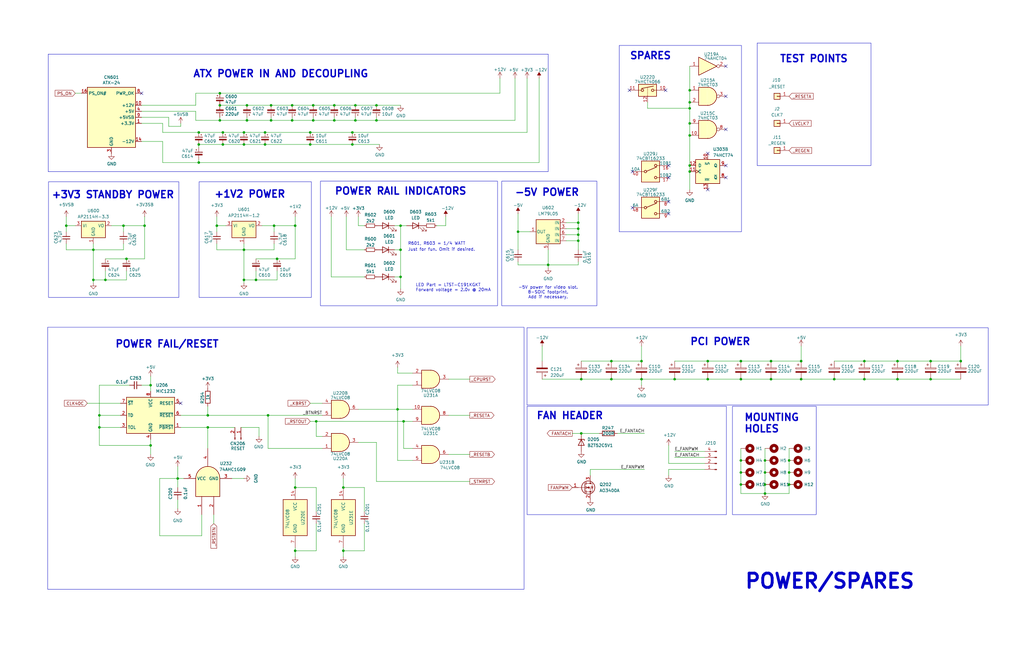
<source format=kicad_sch>
(kicad_sch (version 20231120) (generator "eeschema") (generator_version "8.0")
  (paper "B")
  (title_block (title "AMIGA PCI") (date "2025-03-31") (rev "5.1"))
  (junction (at 290.83 38.1))
  (junction (at 149.86 50.8))
  (junction (at 290.83 57.15))
  (junction (at 243.84 101.6))
  (junction (at 243.84 96.52))
  (junction (at 290.83 69.85))
  (junction (at 322.58 208.28))
  (junction (at 87.63 180.34))
  (junction (at 270.51 152.4))
  (junction (at 102.87 55.88))
  (junction (at 170.18 177.8))
  (junction (at 298.45 152.4))
  (junction (at 44.45 118.11))
  (junction (at 167.64 172.72))
  (junction (at 298.45 160.02))
  (junction (at 104.14 50.8))
  (junction (at 41.91 175.26))
  (junction (at 41.91 180.34))
  (junction (at 63.5 187.96))
  (junction (at 87.63 175.26))
  (junction (at 130.81 60.96))
  (junction (at 102.87 105.41))
  (junction (at 257.81 160.02))
  (junction (at 39.37 105.41))
  (junction (at 92.71 50.8))
  (junction (at 102.87 60.96))
  (junction (at 312.42 194.31))
  (junction (at 290.83 52.07))
  (junction (at 270.51 160.02))
  (junction (at 245.11 182.88))
  (junction (at 168.91 95.25))
  (junction (at 104.14 44.45))
  (junction (at 114.3 50.8))
  (junction (at 123.19 44.45))
  (junction (at 392.43 152.4))
  (junction (at 290.83 43.18))
  (junction (at 132.08 44.45))
  (junction (at 332.74 199.39))
  (junction (at 124.46 95.25))
  (junction (at 168.91 105.41))
  (junction (at 312.42 160.02))
  (junction (at 149.86 44.45))
  (junction (at 39.37 118.11))
  (junction (at 114.3 44.45))
  (junction (at 243.84 99.06))
  (junction (at 322.58 204.47))
  (junction (at 92.71 39.37))
  (junction (at 218.44 97.79))
  (junction (at 312.42 152.4))
  (junction (at 168.91 116.84))
  (junction (at 158.75 44.45))
  (junction (at 148.59 60.96))
  (junction (at 116.84 109.22))
  (junction (at 124.46 205.74))
  (junction (at 148.59 55.88))
  (junction (at 113.03 175.26))
  (junction (at 364.49 152.4))
  (junction (at 133.35 177.8))
  (junction (at 351.79 160.02))
  (junction (at 332.74 194.31))
  (junction (at 63.5 162.56))
  (junction (at 132.08 50.8))
  (junction (at 325.12 152.4))
  (junction (at 53.34 109.22))
  (junction (at 93.98 60.96))
  (junction (at 93.98 55.88))
  (junction (at 290.83 72.39))
  (junction (at 140.97 50.8))
  (junction (at 83.82 68.58))
  (junction (at 378.46 160.02))
  (junction (at 91.44 95.25))
  (junction (at 140.97 44.45))
  (junction (at 102.87 118.11))
  (junction (at 144.78 205.74))
  (junction (at 115.57 95.25))
  (junction (at 92.71 44.45))
  (junction (at 83.82 60.96))
  (junction (at 378.46 152.4))
  (junction (at 83.82 55.88))
  (junction (at 144.78 232.41))
  (junction (at 245.11 160.02))
  (junction (at 111.76 60.96))
  (junction (at 290.83 45.72))
  (junction (at 27.94 95.25))
  (junction (at 52.07 95.25))
  (junction (at 332.74 204.47))
  (junction (at 111.76 55.88))
  (junction (at 130.81 55.88))
  (junction (at 337.82 160.02))
  (junction (at 337.82 152.4))
  (junction (at 158.75 50.8))
  (junction (at 124.46 232.41))
  (junction (at 312.42 199.39))
  (junction (at 312.42 204.47))
  (junction (at 405.13 152.4))
  (junction (at 60.96 95.25))
  (junction (at 322.58 194.31))
  (junction (at 284.48 160.02))
  (junction (at 364.49 160.02))
  (junction (at 74.93 201.93))
  (junction (at 231.14 111.76))
  (junction (at 325.12 160.02))
  (junction (at 392.43 160.02))
  (junction (at 107.95 118.11))
  (junction (at 243.84 93.98))
  (junction (at 257.81 152.4))
  (junction (at 123.19 50.8))
  (junction (at 322.58 199.39))
  (no_connect (at 280.67 38.1))
  (no_connect (at 306.07 54.61))
  (no_connect (at 281.94 90.17))
  (no_connect (at 298.45 64.77))
  (no_connect (at 266.7 87.63))
  (no_connect (at 306.07 40.64))
  (no_connect (at 76.2 170.18))
  (no_connect (at 281.94 85.09))
  (no_connect (at 298.45 80.01))
  (no_connect (at 266.7 72.39))
  (no_connect (at 306.07 69.85))
  (no_connect (at 306.07 74.93))
  (no_connect (at 281.94 74.93))
  (no_connect (at 281.94 69.85))
  (no_connect (at 59.69 39.37))
  (no_connect (at 306.07 27.94))
  (no_connect (at 265.43 38.1))
  (wire (pts (xy 104.14 50.8) (xy 114.3 50.8)))
  (wire (pts (xy 102.87 118.11) (xy 107.95 118.11)))
  (wire (pts (xy 281.94 200.66) (xy 281.94 198.12)))
  (wire (pts (xy 167.64 172.72) (xy 167.64 194.31)))
  (wire (pts (xy 27.94 102.87) (xy 27.94 105.41)))
  (wire (pts (xy 63.5 158.75) (xy 63.5 162.56)))
  (wire (pts (xy 74.93 201.93) (xy 77.47 201.93)))
  (wire (pts (xy 115.57 105.41) (xy 102.87 105.41)))
  (wire (pts (xy 284.48 193.04) (xy 297.18 193.04)))
  (wire (pts (xy 144.78 234.95) (xy 144.78 232.41)))
  (wire (pts (xy 140.97 44.45) (xy 149.86 44.45)))
  (wire (pts (xy 312.42 160.02) (xy 298.45 160.02)))
  (wire (pts (xy 284.48 190.5) (xy 297.18 190.5)))
  (wire (pts (xy 325.12 160.02) (xy 312.42 160.02)))
  (wire (pts (xy 116.84 109.22) (xy 124.46 109.22)))
  (wire (pts (xy 123.19 50.8) (xy 132.08 50.8)))
  (wire (pts (xy 151.13 91.44) (xy 151.13 95.25)))
  (wire (pts (xy 210.82 39.37) (xy 210.82 33.02)))
  (polyline (pts (xy 20.32 72.39) (xy 231.14 72.39)))
  (wire (pts (xy 351.79 152.4) (xy 364.49 152.4)))
  (wire (pts (xy 102.87 102.87) (xy 102.87 105.41)))
  (wire (pts (xy 168.91 116.84) (xy 168.91 121.92)))
  (wire (pts (xy 132.08 49.53) (xy 132.08 50.8)))
  (wire (pts (xy 92.71 44.45) (xy 104.14 44.45)))
  (wire (pts (xy 68.58 55.88) (xy 83.82 55.88)))
  (wire (pts (xy 133.35 205.74) (xy 133.35 215.9)))
  (wire (pts (xy 102.87 55.88) (xy 111.76 55.88)))
  (wire (pts (xy 273.05 45.72) (xy 290.83 45.72)))
  (wire (pts (xy 115.57 97.79) (xy 115.57 95.25)))
  (wire (pts (xy 83.82 68.58) (xy 68.58 68.58)))
  (wire (pts (xy 148.59 60.96) (xy 160.02 60.96)))
  (wire (pts (xy 337.82 146.05) (xy 337.82 152.4)))
  (wire (pts (xy 63.5 187.96) (xy 63.5 191.77)))
  (wire (pts (xy 135.89 184.15) (xy 133.35 184.15)))
  (wire (pts (xy 59.69 46.99) (xy 82.55 46.99)))
  (wire (pts (xy 270.51 160.02) (xy 270.51 162.56)))
  (wire (pts (xy 290.83 27.94) (xy 290.83 38.1)))
  (wire (pts (xy 153.67 205.74) (xy 153.67 215.9)))
  (wire (pts (xy 124.46 95.25) (xy 115.57 95.25)))
  (wire (pts (xy 312.42 194.31) (xy 312.42 189.23)))
  (wire (pts (xy 312.42 152.4) (xy 325.12 152.4)))
  (wire (pts (xy 124.46 201.93) (xy 124.46 205.74)))
  (wire (pts (xy 158.75 44.45) (xy 168.91 44.45)))
  (wire (pts (xy 170.18 189.23) (xy 170.18 177.8)))
  (wire (pts (xy 82.55 44.45) (xy 82.55 39.37)))
  (wire (pts (xy 53.34 109.22) (xy 60.96 109.22)))
  (wire (pts (xy 39.37 105.41) (xy 39.37 118.11)))
  (wire (pts (xy 153.67 105.41) (xy 146.05 105.41)))
  (wire (pts (xy 124.46 205.74) (xy 133.35 205.74)))
  (wire (pts (xy 158.75 203.2) (xy 158.75 186.69)))
  (wire (pts (xy 151.13 172.72) (xy 167.64 172.72)))
  (wire (pts (xy 76.2 175.26) (xy 87.63 175.26)))
  (wire (pts (xy 101.6 180.34) (xy 109.22 180.34)))
  (wire (pts (xy 148.59 55.88) (xy 222.25 55.88)))
  (wire (pts (xy 91.44 91.44) (xy 91.44 95.25)))
  (wire (pts (xy 27.94 105.41) (xy 39.37 105.41)))
  (wire (pts (xy 123.19 44.45) (xy 132.08 44.45)))
  (wire (pts (xy 290.83 45.72) (xy 290.83 52.07)))
  (wire (pts (xy 392.43 160.02) (xy 405.13 160.02)))
  (wire (pts (xy 187.96 91.44) (xy 187.96 95.25)))
  (wire (pts (xy 238.76 96.52) (xy 243.84 96.52)))
  (wire (pts (xy 332.74 204.47) (xy 332.74 208.28)))
  (wire (pts (xy 60.96 95.25) (xy 52.07 95.25)))
  (wire (pts (xy 113.03 189.23) (xy 113.03 175.26)))
  (wire (pts (xy 231.14 111.76) (xy 243.84 111.76)))
  (wire (pts (xy 248.92 200.66) (xy 248.92 198.12)))
  (wire (pts (xy 50.8 175.26) (xy 41.91 175.26)))
  (wire (pts (xy 312.42 199.39) (xy 312.42 194.31)))
  (wire (pts (xy 41.91 175.26) (xy 41.91 180.34)))
  (wire (pts (xy 140.97 49.53) (xy 140.97 50.8)))
  (wire (pts (xy 114.3 50.8) (xy 123.19 50.8)))
  (wire (pts (xy 87.63 171.45) (xy 87.63 175.26)))
  (wire (pts (xy 53.34 114.3) (xy 53.34 118.11)))
  (wire (pts (xy 27.94 97.79) (xy 27.94 95.25)))
  (wire (pts (xy 76.2 53.34) (xy 76.2 52.07)))
  (wire (pts (xy 322.58 194.31) (xy 322.58 199.39)))
  (wire (pts (xy 27.94 91.44) (xy 27.94 95.25)))
  (wire (pts (xy 74.93 196.85) (xy 74.93 201.93)))
  (wire (pts (xy 107.95 109.22) (xy 116.84 109.22)))
  (wire (pts (xy 270.51 146.05) (xy 270.51 152.4)))
  (wire (pts (xy 74.93 205.74) (xy 74.93 201.93)))
  (polyline (pts (xy 20.32 22.86) (xy 20.32 72.39)))
  (wire (pts (xy 133.35 184.15) (xy 133.35 177.8)))
  (wire (pts (xy 167.64 162.56) (xy 173.99 162.56)))
  (wire (pts (xy 227.33 33.02) (xy 227.33 68.58)))
  (wire (pts (xy 74.93 214.63) (xy 74.93 210.82)))
  (wire (pts (xy 59.69 49.53) (xy 71.12 49.53)))
  (wire (pts (xy 238.76 93.98) (xy 243.84 93.98)))
  (wire (pts (xy 130.81 170.18) (xy 135.89 170.18)))
  (wire (pts (xy 123.19 49.53) (xy 123.19 50.8)))
  (wire (pts (xy 63.5 187.96) (xy 63.5 185.42)))
  (wire (pts (xy 83.82 60.96) (xy 93.98 60.96)))
  (wire (pts (xy 173.99 157.48) (xy 167.64 157.48)))
  (wire (pts (xy 107.95 114.3) (xy 107.95 118.11)))
  (wire (pts (xy 130.81 177.8) (xy 133.35 177.8)))
  (wire (pts (xy 41.91 162.56) (xy 41.91 175.26)))
  (wire (pts (xy 166.37 105.41) (xy 168.91 105.41)))
  (wire (pts (xy 364.49 160.02) (xy 378.46 160.02)))
  (wire (pts (xy 67.31 201.93) (xy 74.93 201.93)))
  (wire (pts (xy 149.86 50.8) (xy 158.75 50.8)))
  (wire (pts (xy 149.86 49.53) (xy 149.86 50.8)))
  (wire (pts (xy 257.81 152.4) (xy 270.51 152.4)))
  (wire (pts (xy 63.5 165.1) (xy 63.5 162.56)))
  (wire (pts (xy 158.75 186.69) (xy 151.13 186.69)))
  (wire (pts (xy 378.46 160.02) (xy 392.43 160.02)))
  (wire (pts (xy 109.22 180.34) (xy 109.22 184.15)))
  (wire (pts (xy 284.48 152.4) (xy 298.45 152.4)))
  (wire (pts (xy 166.37 95.25) (xy 168.91 95.25)))
  (wire (pts (xy 243.84 111.76) (xy 243.84 110.49)))
  (wire (pts (xy 92.71 49.53) (xy 92.71 50.8)))
  (wire (pts (xy 114.3 44.45) (xy 123.19 44.45)))
  (wire (pts (xy 378.46 152.4) (xy 392.43 152.4)))
  (polyline (pts (xy 20.32 22.86) (xy 231.14 22.86)))
  (wire (pts (xy 144.78 201.93) (xy 144.78 205.74)))
  (wire (pts (xy 167.64 154.94) (xy 167.64 157.48)))
  (wire (pts (xy 111.76 55.88) (xy 130.81 55.88)))
  (wire (pts (xy 102.87 105.41) (xy 102.87 118.11)))
  (wire (pts (xy 107.95 118.11) (xy 116.84 118.11)))
  (wire (pts (xy 173.99 189.23) (xy 170.18 189.23)))
  (wire (pts (xy 284.48 160.02) (xy 270.51 160.02)))
  (wire (pts (xy 231.14 113.03) (xy 231.14 111.76)))
  (wire (pts (xy 281.94 198.12) (xy 297.18 198.12)))
  (wire (pts (xy 114.3 49.53) (xy 114.3 50.8)))
  (wire (pts (xy 97.79 201.93) (xy 102.87 201.93)))
  (wire (pts (xy 68.58 59.69) (xy 68.58 68.58)))
  (wire (pts (xy 238.76 101.6) (xy 243.84 101.6)))
  (wire (pts (xy 312.42 204.47) (xy 312.42 208.28)))
  (wire (pts (xy 218.44 111.76) (xy 231.14 111.76)))
  (wire (pts (xy 92.71 50.8) (xy 104.14 50.8)))
  (wire (pts (xy 133.35 220.98) (xy 133.35 232.41)))
  (wire (pts (xy 92.71 39.37) (xy 210.82 39.37)))
  (wire (pts (xy 290.83 57.15) (xy 290.83 69.85)))
  (wire (pts (xy 332.74 194.31) (xy 332.74 199.39)))
  (wire (pts (xy 63.5 162.56) (xy 59.69 162.56)))
  (wire (pts (xy 153.67 116.84) (xy 139.7 116.84)))
  (wire (pts (xy 93.98 60.96) (xy 102.87 60.96)))
  (wire (pts (xy 102.87 60.96) (xy 111.76 60.96)))
  (wire (pts (xy 59.69 59.69) (xy 68.58 59.69)))
  (wire (pts (xy 392.43 152.4) (xy 405.13 152.4)))
  (wire (pts (xy 243.84 93.98) (xy 243.84 96.52)))
  (wire (pts (xy 36.83 170.18) (xy 50.8 170.18)))
  (wire (pts (xy 189.23 160.02) (xy 198.12 160.02)))
  (wire (pts (xy 218.44 105.41) (xy 218.44 97.79)))
  (wire (pts (xy 44.45 114.3) (xy 44.45 118.11)))
  (wire (pts (xy 52.07 95.25) (xy 46.99 95.25)))
  (wire (pts (xy 217.17 33.02) (xy 217.17 50.8)))
  (wire (pts (xy 41.91 180.34) (xy 41.91 187.96)))
  (wire (pts (xy 39.37 118.11) (xy 44.45 118.11)))
  (wire (pts (xy 85.09 217.17) (xy 85.09 226.06)))
  (wire (pts (xy 248.92 198.12) (xy 271.78 198.12)))
  (wire (pts (xy 91.44 97.79) (xy 91.44 95.25)))
  (wire (pts (xy 218.44 97.79) (xy 223.52 97.79)))
  (wire (pts (xy 222.25 33.02) (xy 222.25 55.88)))
  (wire (pts (xy 76.2 180.34) (xy 87.63 180.34)))
  (wire (pts (xy 184.15 95.25) (xy 187.96 95.25)))
  (wire (pts (xy 149.86 44.45) (xy 158.75 44.45)))
  (wire (pts (xy 132.08 50.8) (xy 140.97 50.8)))
  (wire (pts (xy 158.75 49.53) (xy 158.75 50.8)))
  (wire (pts (xy 281.94 195.58) (xy 297.18 195.58)))
  (wire (pts (xy 85.09 226.06) (xy 67.31 226.06)))
  (wire (pts (xy 135.89 189.23) (xy 113.03 189.23)))
  (wire (pts (xy 144.78 232.41) (xy 153.67 232.41)))
  (wire (pts (xy 130.81 60.96) (xy 148.59 60.96)))
  (polyline (pts (xy 231.14 72.39) (xy 231.14 22.86)))
  (wire (pts (xy 59.69 52.07) (xy 68.58 52.07)))
  (wire (pts (xy 116.84 114.3) (xy 116.84 118.11)))
  (wire (pts (xy 298.45 160.02) (xy 284.48 160.02)))
  (wire (pts (xy 245.11 160.02) (xy 257.81 160.02)))
  (wire (pts (xy 41.91 180.34) (xy 50.8 180.34)))
  (wire (pts (xy 91.44 102.87) (xy 91.44 105.41)))
  (wire (pts (xy 139.7 91.44) (xy 139.7 116.84)))
  (wire (pts (xy 124.46 234.95) (xy 124.46 232.41)))
  (wire (pts (xy 111.76 60.96) (xy 130.81 60.96)))
  (wire (pts (xy 312.42 208.28) (xy 322.58 208.28)))
  (wire (pts (xy 52.07 105.41) (xy 39.37 105.41)))
  (wire (pts (xy 130.81 55.88) (xy 148.59 55.88)))
  (wire (pts (xy 337.82 160.02) (xy 351.79 160.02)))
  (wire (pts (xy 170.18 177.8) (xy 173.99 177.8)))
  (wire (pts (xy 82.55 46.99) (xy 82.55 50.8)))
  (wire (pts (xy 260.35 182.88) (xy 271.78 182.88)))
  (wire (pts (xy 228.6 160.02) (xy 245.11 160.02)))
  (wire (pts (xy 168.91 95.25) (xy 168.91 105.41)))
  (wire (pts (xy 39.37 102.87) (xy 39.37 105.41)))
  (wire (pts (xy 102.87 119.38) (xy 102.87 118.11)))
  (wire (pts (xy 290.83 43.18) (xy 290.83 45.72)))
  (wire (pts (xy 113.03 175.26) (xy 135.89 175.26)))
  (wire (pts (xy 168.91 95.25) (xy 171.45 95.25)))
  (wire (pts (xy 243.84 90.17) (xy 243.84 93.98)))
  (wire (pts (xy 231.14 105.41) (xy 231.14 111.76)))
  (wire (pts (xy 405.13 146.05) (xy 405.13 152.4)))
  (wire (pts (xy 82.55 50.8) (xy 92.71 50.8)))
  (wire (pts (xy 91.44 105.41) (xy 102.87 105.41)))
  (wire (pts (xy 243.84 101.6) (xy 243.84 105.41)))
  (wire (pts (xy 238.76 99.06) (xy 243.84 99.06)))
  (wire (pts (xy 245.11 182.88) (xy 252.73 182.88)))
  (wire (pts (xy 67.31 226.06) (xy 67.31 201.93)))
  (wire (pts (xy 153.67 220.98) (xy 153.67 232.41)))
  (wire (pts (xy 93.98 55.88) (xy 102.87 55.88)))
  (wire (pts (xy 41.91 187.96) (xy 63.5 187.96)))
  (wire (pts (xy 325.12 160.02) (xy 337.82 160.02)))
  (wire (pts (xy 76.2 53.34) (xy 71.12 53.34)))
  (wire (pts (xy 198.12 203.2) (xy 158.75 203.2)))
  (wire (pts (xy 167.64 194.31) (xy 173.99 194.31)))
  (wire (pts (xy 322.58 204.47) (xy 322.58 208.28)))
  (wire (pts (xy 52.07 102.87) (xy 52.07 105.41)))
  (wire (pts (xy 83.82 62.23) (xy 83.82 60.96)))
  (wire (pts (xy 243.84 99.06) (xy 243.84 101.6)))
  (wire (pts (xy 132.08 44.45) (xy 140.97 44.45)))
  (wire (pts (xy 290.83 69.85) (xy 290.83 72.39)))
  (wire (pts (xy 87.63 175.26) (xy 113.03 175.26)))
  (wire (pts (xy 332.74 189.23) (xy 332.74 194.31)))
  (wire (pts (xy 115.57 95.25) (xy 110.49 95.25)))
  (wire (pts (xy 83.82 68.58) (xy 83.82 67.31)))
  (wire (pts (xy 325.12 152.4) (xy 337.82 152.4)))
  (wire (pts (xy 124.46 91.44) (xy 124.46 95.25)))
  (wire (pts (xy 83.82 55.88) (xy 93.98 55.88)))
  (wire (pts (xy 298.45 152.4) (xy 312.42 152.4)))
  (wire (pts (xy 245.11 152.4) (xy 257.81 152.4)))
  (wire (pts (xy 243.84 96.52) (xy 243.84 99.06)))
  (wire (pts (xy 312.42 199.39) (xy 312.42 204.47)))
  (wire (pts (xy 228.6 146.05) (xy 228.6 152.4)))
  (wire (pts (xy 168.91 105.41) (xy 168.91 116.84)))
  (wire (pts (xy 218.44 110.49) (xy 218.44 111.76)))
  (wire (pts (xy 140.97 50.8) (xy 149.86 50.8)))
  (wire (pts (xy 91.44 95.25) (xy 95.25 95.25)))
  (wire (pts (xy 322.58 199.39) (xy 322.58 204.47)))
  (wire (pts (xy 241.3 182.88) (xy 245.11 182.88)))
  (wire (pts (xy 31.75 39.37) (xy 34.29 39.37)))
  (wire (pts (xy 189.23 175.26) (xy 198.12 175.26)))
  (wire (pts (xy 146.05 91.44) (xy 146.05 105.41)))
  (wire (pts (xy 54.61 162.56) (xy 41.91 162.56)))
  (wire (pts (xy 44.45 109.22) (xy 53.34 109.22)))
  (wire (pts (xy 290.83 72.39) (xy 290.83 80.01)))
  (wire (pts (xy 332.74 199.39) (xy 332.74 204.47)))
  (wire (pts (xy 87.63 189.23) (xy 87.63 180.34)))
  (wire (pts (xy 68.58 52.07) (xy 68.58 55.88)))
  (wire (pts (xy 166.37 116.84) (xy 168.91 116.84)))
  (wire (pts (xy 144.78 231.14) (xy 144.78 232.41)))
  (wire (pts (xy 44.45 118.11) (xy 53.34 118.11)))
  (wire (pts (xy 124.46 109.22) (xy 124.46 95.25)))
  (wire (pts (xy 167.64 162.56) (xy 167.64 172.72)))
  (wire (pts (xy 82.55 39.37) (xy 92.71 39.37)))
  (wire (pts (xy 83.82 68.58) (xy 227.33 68.58)))
  (wire (pts (xy 290.83 38.1) (xy 290.83 43.18)))
  (wire (pts (xy 59.69 44.45) (xy 82.55 44.45)))
  (wire (pts (xy 60.96 91.44) (xy 60.96 95.25)))
  (wire (pts (xy 322.58 189.23) (xy 322.58 194.31)))
  (wire (pts (xy 39.37 119.38) (xy 39.37 118.11)))
  (wire (pts (xy 87.63 180.34) (xy 99.06 180.34)))
  (wire (pts (xy 144.78 205.74) (xy 153.67 205.74)))
  (wire (pts (xy 281.94 187.96) (xy 281.94 195.58)))
  (wire (pts (xy 90.17 220.98) (xy 90.17 217.17)))
  (wire (pts (xy 60.96 109.22) (xy 60.96 95.25)))
  (wire (pts (xy 104.14 44.45) (xy 114.3 44.45)))
  (wire (pts (xy 273.05 43.18) (xy 273.05 45.72)))
  (wire (pts (xy 290.83 52.07) (xy 290.83 57.15)))
  (wire (pts (xy 257.81 160.02) (xy 270.51 160.02)))
  (wire (pts (xy 364.49 160.02) (xy 351.79 160.02)))
  (wire (pts (xy 167.64 172.72) (xy 173.99 172.72)))
  (wire (pts (xy 153.67 95.25) (xy 151.13 95.25)))
  (wire (pts (xy 189.23 191.77) (xy 198.12 191.77)))
  (wire (pts (xy 158.75 50.8) (xy 217.17 50.8)))
  (wire (pts (xy 71.12 53.34) (xy 71.12 49.53)))
  (wire (pts (xy 364.49 152.4) (xy 378.46 152.4)))
  (wire (pts (xy 115.57 102.87) (xy 115.57 105.41)))
  (wire (pts (xy 27.94 95.25) (xy 31.75 95.25)))
  (wire (pts (xy 218.44 90.17) (xy 218.44 97.79)))
  (wire (pts (xy 104.14 49.53) (xy 104.14 50.8)))
  (wire (pts (xy 52.07 97.79) (xy 52.07 95.25)))
  (wire (pts (xy 124.46 232.41) (xy 133.35 232.41)))
  (wire (pts (xy 124.46 231.14) (xy 124.46 232.41)))
  (wire (pts (xy 322.58 208.28) (xy 332.74 208.28)))
  (wire (pts (xy 133.35 177.8) (xy 170.18 177.8)))
  (rectangle (start 211.582 76.454) (end 251.714 129.032))
  (rectangle (start 319.278 18.161) (end 367.284 69.85))
  (rectangle (start 261.112 19.177) (end 312.674 97.79))
  (rectangle (start 222.23 138.303) (end 416.687 170.942))
  (rectangle (start 20.447 76.708) (end 75.438 125.5))
  (rectangle (start 83.947 76.708) (end 131.318 125.5))
  (rectangle (start 135.128 76.454) (end 209.804 129.032))
  (rectangle (start 20.084 138.1) (end 220.98 248.666))
  (rectangle (start 308.864 171.45) (end 344.17 217.17))
  (rectangle (start 222.25 171.45) (end 306.324 217.17))
  (text "-5V POWER" (at 216.916 83.058 0) (effects (font (size 3 3) (thickness 0.6) (bold yes)) (justify left bottom)))
  (text "FAN HEADER" (at 226.06 177.292 0) (effects (font (size 2.9972 2.9972) (thickness 0.5994) (bold yes)) (justify left bottom)))
  (text "MOUNTING\nHOLES" (at 313.69 182.88 0) (effects (font (size 2.9972 2.9972) (thickness 0.5994) (bold yes)) (justify left bottom)))
  (text "TEST POINTS" (at 328.676 26.67 0) (effects (font (size 2.9972 2.9972) (thickness 0.5994) (bold yes)) (justify left bottom)))
  (text "PCI POWER" (at 290.83 146.05 0) (effects (font (size 3 3) (thickness 0.6) (bold yes)) (justify left bottom)))
  (text "LED Part = LTST-C191KGKT\nForward voltage = 2.0v @ 20mA" (at 175.26 123.19 0) (effects (font (size 1.27 1.27)) (justify left bottom)))
  (text "SPARES" (at 265.43 25.4 0) (effects (font (size 2.9972 2.9972) (thickness 0.5994) (bold yes)) (justify left bottom)))
  (text "+3V3 STANDBY POWER" (at 21.59 84.074 0) (effects (font (size 3 3) (thickness 0.6) (bold yes)) (justify left bottom)))
  (text "ATX POWER IN AND DECOUPLING" (at 81.28 33.02 0) (effects (font (size 3 3) (thickness 0.6) (bold yes)) (justify left bottom)))
  (text "R601, R603 = 1/4 WATT" (at 184.15 102.87 0) (effects (font (size 1.27 1.27))))
  (text "POWER RAIL INDICATORS" (at 140.97 82.55 0) (effects (font (size 3 3) (thickness 0.6) (bold yes)) (justify left bottom)))
  (text "-5V power for video slot.\n8-SOIC footprint.\nAdd if necessary." (at 231.14 123.444 0) (effects (font (size 1.27 1.27))))
  (text "+1V2 POWER" (at 90.17 83.82 0) (effects (font (size 3 3) (thickness 0.6) (bold yes)) (justify left bottom)))
  (text "POWER/SPARES" (at 313.69 248.92 0) (effects (font (size 6 6) (thickness 1.2) (bold yes)) (justify left bottom)))
  (text "POWER FAIL/RESET" (at 92.456 147.066 0) (effects (font (size 2.9972 2.9972) (thickness 0.5994) (bold yes)) (justify right bottom)))
  (text "Just for fun. Omit if desired." (at 186.182 105.41 0) (effects (font (size 1.27 1.27))))
  (label "_BTNRST" (at 135.89 175.26 180))
  (label "E_FANPWM" (at 284.48 190.5 0))
  (label "E_FANPWM" (at 271.78 198.12 180))
  (label "E_FANTACH" (at 271.78 182.88 180))
  (label "E_FANTACH" (at 284.48 193.04 0))
  (global_label "FANPWM" (shape input) (at 241.3 205.74 180) (property "Intersheetrefs" "${INTERSHEET_REFS}" (at 230.6343 205.74 0) (effects (justify right))))
  (global_label "_STMRST" (shape output) (at 198.12 203.2 0) (property "Intersheetrefs" "${INTERSHEET_REFS}" (at 209.804 203.2 0) (effects (justify left))))
  (global_label "_KBRST" (shape input) (at 130.81 170.18 180) (property "Intersheetrefs" "${INTERSHEET_REFS}" (at 120.8701 170.18 0) (effects (justify right))))
  (global_label "_RSTOUT" (shape input) (at 130.81 177.8 180) (property "Intersheetrefs" "${INTERSHEET_REFS}" (at 119.7815 177.8 0) (effects (justify right))))
  (global_label "_RESETB" (shape output) (at 198.12 191.77 0) (property "Intersheetrefs" "${INTERSHEET_REFS}" (at 209.0879 191.77 0) (effects (justify left))))
  (global_label "_RSTBTN" (shape input) (at 90.17 220.98 270) (property "Intersheetrefs" "${INTERSHEET_REFS}" (at 90.17 231.948 90) (effects (justify right))))
  (global_label "_REGEN" (shape input) (at 332.74 63.5 0) (property "Intersheetrefs" "${INTERSHEET_REFS}" (at 342.8613 63.5 0) (effects (justify left))))
  (global_label "PS_ON" (shape input) (at 31.75 39.37 180) (property "Intersheetrefs" "${INTERSHEET_REFS}" (at 26.67 36.576 0) (effects (justify right))))
  (global_label "_CPURST" (shape output) (at 198.12 160.02 0) (property "Intersheetrefs" "${INTERSHEET_REFS}" (at 209.3904 160.02 0) (effects (justify left))))
  (global_label "CLK40C" (shape input) (at 36.83 170.18 180) (property "Intersheetrefs" "${INTERSHEET_REFS}" (at 26.5877 170.18 0) (effects (justify right))))
  (global_label "FANTACH" (shape output) (at 241.3 182.88 180) (property "Intersheetrefs" "${INTERSHEET_REFS}" (at 230.1504 182.88 0) (effects (justify right))))
  (global_label "LVCLK7" (shape input) (at 332.74 52.07 0) (property "Intersheetrefs" "${INTERSHEET_REFS}" (at 342.6195 52.07 0) (effects (justify left))))
  (global_label "_RESETA" (shape input) (at 332.74 40.64 0) (property "Intersheetrefs" "${INTERSHEET_REFS}" (at 343.5265 40.64 0) (effects (justify left))))
  (global_label "_RESETA" (shape output) (at 198.12 175.26 0) (property "Intersheetrefs" "${INTERSHEET_REFS}" (at 208.9065 175.26 0) (effects (justify left))))
  (symbol (lib_id "power:-5V") (at 218.44 90.17 0) (unit 1)
    (property "Reference" "#PWR0305" (effects (hide yes)))
    (property "Value" "-5V" (at 218.44 86.614 0))
    (property "Description" "Power symbol creates a global label with name \"-5V\"" (effects (hide yes)))
  )
  (symbol (lib_id "Mechanical:MountingHole_Pad") (at 335.28 189.23 270) (unit 1) (in_bom no)
    (property "Reference" "H3" (at 339.09 189.23 90) (effects (justify left)))
    (property "Value" "MountingHole_Pad" (effects (hide yes)))
    (property "Footprint" "MountingHole:MountingHole_4mm_Pad" (effects (hide yes)))
  )
  (symbol (lib_id "AmigaPCI-Symbols:CP_Small-Device") (at 148.59 58.42 0) (mirror y) (unit 1)
    (property "Reference" "C613" (at 150.8252 59.5884 0) (effects (justify right)))
    (property "Value" "10uF" (at 150.8252 57.277 0) (effects (justify right)))
    (property "Footprint" "Capacitor_THT:CP_Radial_D5.0mm_P2.00mm" (effects (hide yes)))
  )
  (symbol (lib_id "power:-12V") (at 243.84 90.17 0) (unit 1)
    (property "Reference" "#PWR0339" (effects (hide yes)))
    (property "Value" "-12V" (at 244.602 86.614 0))
  )
  (symbol (lib_name "+5V_1") (lib_id "power:+5V") (at 74.93 196.85 0) (unit 1)
    (property "Reference" "#PWR0235" (effects (hide yes)))
    (property "Value" "+5V" (at 74.93 193.04 0))
    (property "Description" "Power symbol creates a global label with name \"+5V\"" (effects (hide yes)))
  )
  (symbol (lib_id "power:-12V") (at 228.6 146.05 0) (unit 1)
    (property "Reference" "#PWR0101" (effects (hide yes)))
    (property "Value" "-12V" (at 228.6 142.4742 0))
  )
  (symbol (lib_id "power:+3V3") (at 144.78 201.93 0) (unit 1)
    (property "Reference" "#PWR0206" (effects (hide yes)))
    (property "Value" "+3V3" (at 144.78 197.104 0))
  )
  (symbol (lib_id "Analog_Switch:CD4066BE") (at 273.05 38.1 0) (unit 4)
    (property "Reference" "U222" (at 273.05 32.5501 0))
    (property "Value" "74HCT4066" (at 273.05 34.4711 0))
    (property "Footprint" "Package_SO:TSSOP-14_4.4x5mm_P0.65mm" (effects (hide yes)))
    (property "Datasheet" "https://www.ti.com/lit/ds/symlink/cd4066b.pdf" (effects (hide yes)))
  )
  (symbol (lib_id "power:+5V") (at 217.17 33.02 0) (unit 1)
    (property "Reference" "#PWR0172" (effects (hide yes)))
    (property "Value" "+5V" (at 216.535 29.464 0))
  )
  (symbol (lib_id "74xx:74HC74") (at 298.45 72.39 0) (unit 2)
    (property "Reference" "U303" (at 300.6441 62.992 0) (effects (justify left)))
    (property "Value" "74HCT74" (at 300.6441 65.532 0) (effects (justify left)))
    (property "Footprint" "Package_SO:TSSOP-14_4.4x5mm_P0.65mm" (effects (hide yes)))
  )
  (symbol (lib_id "power:GND") (at 46.99 64.77 0) (unit 1)
    (property "Reference" "#PWR0166" (effects (hide yes)))
    (property "Value" "GND" (at 47.117 69.1642 0))
  )
  (symbol (lib_id "Device:LED") (at 162.56 95.25 0) (mirror y) (unit 1)
    (property "Reference" "D600" (at 164.1475 89.408 0))
    (property "Value" "LED" (at 164.1475 91.948 0))
    (property "Footprint" "LED_SMD:LED_0603_1608Metric" (effects (hide yes)))
  )
  (symbol (lib_id "Device:C_Polarized") (at 325.12 156.21 0) (unit 1)
    (property "Reference" "C114" (at 328.041 154.6773 0) (effects (justify left)))
    (property "Value" "220uF" (at 328.041 156.5983 0) (effects (justify left)))
    (property "Footprint" "Capacitor_THT:CP_Radial_D6.3mm_P2.50mm" (effects (hide yes)))
  )
  (symbol (lib_id "AmigaPCI-Symbols:CP_Small-Device") (at 123.19 46.99 180) (unit 1)
    (property "Reference" "C604" (at 125.4252 45.8216 0) (effects (justify right)))
    (property "Value" "47uF" (at 125.4252 48.133 0) (effects (justify right)))
    (property "Footprint" "Capacitor_THT:CP_Radial_D5.0mm_P2.00mm" (effects (hide yes)))
  )
  (symbol (lib_id "power:GND") (at 102.87 119.38 0) (unit 1)
    (property "Reference" "#PWR0248" (effects (hide yes)))
    (property "Value" "GND" (at 102.87 123.952 0))
  )
  (symbol (lib_id "Transistor_FET:AO3400A") (at 246.38 205.74 0) (unit 1)
    (property "Reference" "Q202" (at 252.73 204.4699 0) (effects (justify left)))
    (property "Value" "AO3400A" (at 252.73 207.0099 0) (effects (justify left)))
    (property "Footprint" "Package_TO_SOT_SMD:SOT-23" (effects (hide yes)))
    (property "Datasheet" "http://www.aosmd.com/pdfs/datasheet/AO3400A.pdf" (effects (hide yes)))
    (property "Description" "30V Vds, 5.7A Id, N-Channel MOSFET, SOT-23" (effects (hide yes)))
  )
  (symbol (lib_id "74xx:74LS08") (at 144.78 218.44 0) (unit 5)
    (property "Reference" "U231" (at 148.082 221.615 90) (effects (justify left)))
    (property "Value" "74LVC08" (at 141.605 223.266 90) (effects (justify left)))
    (property "Footprint" "Package_SO:TSSOP-14_4.4x5mm_P0.65mm" (effects (hide yes)))
    (property "Datasheet" "http://www.ti.com/lit/gpn/sn74LS08" (effects (hide yes)))
  )
  (symbol (lib_id "Mechanical:MountingHole_Pad") (at 325.12 194.31 270) (unit 1) (in_bom no)
    (property "Reference" "H5" (at 328.93 194.31 90) (effects (justify left)))
    (property "Value" "MountingHole_Pad" (effects (hide yes)))
    (property "Footprint" "MountingHole:MountingHole_4mm_Pad" (effects (hide yes)))
  )
  (symbol (lib_id "power:GND") (at 168.91 44.45 0) (unit 1)
    (property "Reference" "#PWR0170" (effects (hide yes)))
    (property "Value" "GND" (at 169.037 48.8442 0))
  )
  (symbol (lib_id "AmigaPCI-Symbols:ATX-24-Amiga") (at 46.99 49.53 0) (unit 1)
    (property "Reference" "CN601" (at 46.99 32.5882 0))
    (property "Value" "ATX-24" (at 46.99 34.8996 0))
    (property "Footprint" "Connector_Molex:Molex_Mini-Fit_Jr_5566-24A_2x12_P4.20mm_Vertical" (effects (hide yes)))
    (property "Datasheet" "https://www.intel.com/content/dam/www/public/us/en/documents/guides/power-supply-design-guide-june.pdf#page=33" (effects (hide yes)))
    (property "Part" "39281243" (effects (hide yes)))
  )
  (symbol (lib_id "power:-12V") (at 227.33 33.02 0) (unit 1)
    (property "Reference" "#PWR0167" (effects (hide yes)))
    (property "Value" "-12V" (at 228.092 29.464 0))
  )
  (symbol (lib_id "Connector_Generic:Conn_01x01") (at 327.66 63.5 180) (unit 1)
    (property "Reference" "J11" (at 327.66 57.912 0))
    (property "Value" "_REGEN" (at 327.66 60.452 0))
    (property "Footprint" "Connector_PinHeader_2.54mm:PinHeader_1x01_P2.54mm_Vertical" (effects (hide yes)))
  )
  (symbol (lib_id "Device:C_Small") (at 133.35 218.44 0) (unit 1)
    (property "Reference" "C251" (at 134.62 217.424 90) (effects (justify left)))
    (property "Value" "0.1uF" (at 134.62 224.663 90) (effects (justify left)))
    (property "Footprint" "Capacitor_SMD:C_0603_1608Metric" (effects (hide yes)))
  )
  (symbol (lib_id "AmigaPCI-Symbols:74CBT16233") (at 274.32 87.63 0) (unit 6)
    (property "Reference" "U229" (at 274.32 80.1751 0))
    (property "Value" "74CBT16233" (at 274.32 82.0961 0))
    (property "Footprint" "Package_SO:SSOP-56_7.5x18.5mm_P0.635mm" (effects (hide yes)))
    (property "Datasheet" "https://www.ti.com/lit/ds/symlink/sn74cbt16233.pdf?HQS=dis-dk-null-digikeymode-dsf-pf-null-wwe&ts=1686702107606&ref_url=https%253A%252F%252Fwww.ti.com%252Fgeneral%252Fdocs%252Fsuppproductinfo.tsp%253FdistId%253D10%2526gotoUrl%253Dhttps%253A%252F%252Fwww.ti.com%252Flit%252Fgpn%252Fsn74cbt16233" (effects (hide yes)))
    (property "Part Number" "SN74CBT16233DL" (effects (hide yes)))
  )
  (symbol (lib_id "74xGxx:74AHC1G08") (at 87.63 201.93 90) (unit 1)
    (property "Reference" "U232" (at 95.25 195.58 90))
    (property "Value" "74AHC1G09" (at 98.044 198.12 90))
    (property "Footprint" "Package_TO_SOT_SMD:SOT-23-5" (effects (hide yes)))
    (property "Datasheet" "https://assets.nexperia.com/documents/data-sheet/74AHC1G09.pdf" (effects (hide yes)))
    (property "Description" "Single AND Gate, Open Drain, Low-Voltage CMOS" (effects (hide yes)))
  )
  (symbol (lib_id "Mechanical:MountingHole_Pad") (at 335.28 204.47 270) (unit 1) (in_bom no)
    (property "Reference" "H12" (at 339.09 204.47 90) (effects (justify left)))
    (property "Value" "MountingHole_Pad" (effects (hide yes)))
    (property "Footprint" "MountingHole:MountingHole_3.5mm_Pad" (effects (hide yes)))
  )
  (symbol (lib_id "74xx:74LS08") (at 181.61 175.26 0) (mirror x) (unit 3)
    (property "Reference" "U231" (at 181.61 182.88 0))
    (property "Value" "74LVC08" (at 181.61 180.959 0))
    (property "Footprint" "Package_SO:TSSOP-14_4.4x5mm_P0.65mm" (effects (hide yes)))
    (property "Datasheet" "http://www.ti.com/lit/gpn/sn74LS08" (effects (hide yes)))
  )
  (symbol (lib_id "Device:R_Small") (at 156.21 105.41 90) (unit 1)
    (property "Reference" "R600" (at 156.21 100.838 90))
    (property "Value" "2k2" (at 156.21 103.378 90))
    (property "Footprint" "Resistor_SMD:R_0603_1608Metric" (effects (hide yes)))
  )
  (symbol (lib_id "Connector:Conn_01x04_Pin") (at 302.26 195.58 180) (unit 1)
    (property "Reference" "J210" (at 297.18 186.944 0) (effects (justify right)))
    (property "Value" "Case Fan" (effects (hide yes)))
    (property "Footprint" "Connector:FanPinHeader_1x04_P2.54mm_Vertical" (effects (hide yes)))
    (property "Description" "Generic connector, single row, 01x04, script generated" (effects (hide yes)))
    (property "PartNumber" "Molex 0470531000 or 0470533000" (effects (hide yes)))
  )
  (symbol (lib_id "Mechanical:MountingHole_Pad") (at 335.28 194.31 270) (unit 1) (in_bom no)
    (property "Reference" "H6" (at 339.09 194.31 90) (effects (justify left)))
    (property "Value" "MountingHole_Pad" (effects (hide yes)))
    (property "Footprint" "MountingHole:MountingHole_4mm_Pad" (effects (hide yes)))
  )
  (symbol (lib_id "AmigaPCI-Symbols:CP_Small-Device") (at 140.97 46.99 180) (unit 1)
    (property "Reference" "C606" (at 143.2052 45.8216 0) (effects (justify right)))
    (property "Value" "47uF" (at 143.2052 48.133 0) (effects (justify right)))
    (property "Footprint" "Capacitor_THT:CP_Radial_D5.0mm_P2.00mm" (effects (hide yes)))
  )
  (symbol (lib_id "AmigaPCI-Symbols:CP_Small-Device") (at 114.3 46.99 180) (unit 1)
    (property "Reference" "C603" (at 116.5352 45.8216 0) (effects (justify right)))
    (property "Value" "47uF" (at 116.5352 48.133 0) (effects (justify right)))
    (property "Footprint" "Capacitor_THT:CP_Radial_D5.0mm_P2.00mm" (effects (hide yes)))
  )
  (symbol (lib_id "Device:C_Polarized") (at 405.13 156.21 0) (unit 1)
    (property "Reference" "C120" (at 408.051 154.6773 0) (effects (justify left)))
    (property "Value" "220uF" (at 408.051 156.5983 0) (effects (justify left)))
    (property "Footprint" "Capacitor_THT:CP_Radial_D6.3mm_P2.50mm" (effects (hide yes)))
  )
  (symbol (lib_id "Device:C_Polarized") (at 351.79 156.21 0) (unit 1)
    (property "Reference" "C116" (at 354.711 154.6773 0) (effects (justify left)))
    (property "Value" "220uF" (at 354.711 156.5983 0) (effects (justify left)))
    (property "Footprint" "Capacitor_THT:CP_Radial_D6.3mm_P2.50mm" (effects (hide yes)))
  )
  (symbol (lib_id "AmigaPCI-Symbols:+5VSB") (at 27.94 91.44 0) (unit 1)
    (property "Reference" "#PWR0344" (effects (hide yes)))
    (property "Value" "+5VSB" (at 27.94 86.36 0))
    (property "Description" "Power symbol creates a global label with name \"+3V3\"" (effects (hide yes)))
  )
  (symbol (lib_id "Device:C_Polarized") (at 378.46 156.21 0) (unit 1)
    (property "Reference" "C118" (at 381.381 154.6773 0) (effects (justify left)))
    (property "Value" "220uF" (at 381.381 156.5983 0) (effects (justify left)))
    (property "Footprint" "Capacitor_THT:CP_Radial_D6.3mm_P2.50mm" (effects (hide yes)))
  )
  (symbol (lib_id "power:GND") (at 124.46 234.95 0) (unit 1)
    (property "Reference" "#PWR0140" (effects (hide yes)))
    (property "Value" "GND" (at 124.46 239.0855 0))
  )
  (symbol (lib_id "AmigaPCI-Symbols:CP_Small-Device") (at 130.81 58.42 0) (mirror y) (unit 1)
    (property "Reference" "C611" (at 133.0452 59.5884 0) (effects (justify right)))
    (property "Value" "10uF" (at 133.0452 57.277 0) (effects (justify right)))
    (property "Footprint" "Capacitor_THT:CP_Radial_D5.0mm_P2.00mm" (effects (hide yes)))
  )
  (symbol (lib_id "Device:C_Small") (at 243.84 107.95 0) (mirror x) (unit 1)
    (property "Reference" "C616" (at 248.412 106.299 90) (effects (justify left)))
    (property "Value" "0.1uF" (at 246.634 105.537 90) (effects (justify left)))
    (property "Footprint" "Capacitor_SMD:C_0603_1608Metric" (effects (hide yes)))
  )
  (symbol (lib_id "Device:C_Polarized") (at 284.48 156.21 0) (unit 1)
    (property "Reference" "C111" (at 287.401 154.6773 0) (effects (justify left)))
    (property "Value" "220uF" (at 287.401 156.5983 0) (effects (justify left)))
    (property "Footprint" "Capacitor_THT:CP_Radial_D6.3mm_P2.50mm" (effects (hide yes)))
  )
  (symbol (lib_id "Device:C_Polarized") (at 245.11 156.21 0) (unit 1)
    (property "Reference" "C133" (at 248.031 154.6773 0) (effects (justify left)))
    (property "Value" "220uF" (at 248.031 156.5983 0) (effects (justify left)))
    (property "Footprint" "Capacitor_THT:CP_Radial_D6.3mm_P2.50mm" (effects (hide yes)))
  )
  (symbol (lib_id "AmigaPCI-Symbols:CP_Small-Device") (at 111.76 58.42 0) (mirror y) (unit 1)
    (property "Reference" "C622" (at 113.9952 59.5884 0) (effects (justify right)))
    (property "Value" "47uF" (at 113.9952 57.277 0) (effects (justify right)))
    (property "Footprint" "Capacitor_THT:CP_Radial_D5.0mm_P2.00mm" (effects (hide yes)))
  )
  (symbol (lib_id "power:GND") (at 63.5 191.77 0) (mirror y) (unit 1)
    (property "Reference" "#PWR0152" (effects (hide yes)))
    (property "Value" "GND" (at 63.373 196.1642 0))
  )
  (symbol (lib_id "AmigaPCI-Symbols:+5VSB") (at 76.2 52.07 0) (unit 1)
    (property "Reference" "#PWR0343" (effects (hide yes)))
    (property "Value" "+5VSB" (at 76.2 48.26 0))
    (property "Description" "Power symbol creates a global label with name \"+3V3\"" (effects (hide yes)))
  )
  (symbol (lib_id "Device:R_Small") (at 156.21 116.84 90) (unit 1)
    (property "Reference" "R601" (at 156.21 112.014 90))
    (property "Value" "5k1" (at 156.21 114.554 90))
    (property "Footprint" "Resistor_SMD:R_0805_2012Metric" (effects (hide yes)))
  )
  (symbol (lib_id "Device:C_Small") (at 218.44 107.95 180) (unit 1)
    (property "Reference" "C615" (at 214.122 105.41 90) (effects (justify left)))
    (property "Value" "0.1uF" (at 215.9 104.648 90) (effects (justify left)))
    (property "Footprint" "Capacitor_SMD:C_0603_1608Metric" (effects (hide yes)))
  )
  (symbol (lib_id "74xx:74LS08") (at 181.61 160.02 0) (mirror x) (unit 1)
    (property "Reference" "U231" (at 181.6017 166.8399 0))
    (property "Value" "74LVC08" (at 181.6017 164.9189 0))
    (property "Footprint" "Package_SO:TSSOP-14_4.4x5mm_P0.65mm" (effects (hide yes)))
    (property "Datasheet" "http://www.ti.com/lit/gpn/sn74LS08" (effects (hide yes)))
  )
  (symbol (lib_name "+3V3_3") (lib_id "power:+3V3") (at 167.64 154.94 0) (unit 1)
    (property "Reference" "#PWR0202" (effects (hide yes)))
    (property "Value" "+3V3" (at 167.64 149.86 0))
    (property "Description" "Power symbol creates a global label with name \"+3V3\"" (effects (hide yes)))
  )
  (symbol (lib_id "power:-12V") (at 187.96 91.44 0) (unit 1)
    (property "Reference" "#PWR090" (effects (hide yes)))
    (property "Value" "-12V" (at 188.722 87.884 0))
  )
  (symbol (lib_id "Mechanical:MountingHole_Pad") (at 314.96 194.31 270) (unit 1) (in_bom no)
    (property "Reference" "H4" (at 318.77 194.31 90) (effects (justify left)))
    (property "Value" "MountingHole_Pad" (effects (hide yes)))
    (property "Footprint" "MountingHole:MountingHole_4mm_Pad" (effects (hide yes)))
  )
  (symbol (lib_id "74xx:74LS08") (at 181.61 191.77 0) (unit 2)
    (property "Reference" "U231" (at 188.468 195.072 0))
    (property "Value" "74LVC08" (at 189.738 197.358 0))
    (property "Footprint" "Package_SO:TSSOP-14_4.4x5mm_P0.65mm" (effects (hide yes)))
    (property "Datasheet" "http://www.ti.com/lit/gpn/sn74LS08" (effects (hide yes)))
  )
  (symbol (lib_id "power:+12V") (at 210.82 33.02 0) (unit 1)
    (property "Reference" "#PWR0171" (effects (hide yes)))
    (property "Value" "+12V" (at 210.82 29.337 0))
  )
  (symbol (lib_id "power:+5V") (at 146.05 91.44 0) (unit 1)
    (property "Reference" "#PWR085" (effects (hide yes)))
    (property "Value" "+5V" (at 145.415 87.884 0))
  )
  (symbol (lib_id "AmigaPCI-Symbols:CP_Small-Device") (at 149.86 46.99 180) (unit 1)
    (property "Reference" "C607" (at 152.0952 45.8216 0) (effects (justify right)))
    (property "Value" "47uF" (at 152.0952 48.133 0) (effects (justify right)))
    (property "Footprint" "Capacitor_THT:CP_Radial_D5.0mm_P2.00mm" (effects (hide yes)))
  )
  (symbol (lib_id "74xx:74LS03") (at 298.45 40.64 0) (unit 1)
    (property "Reference" "U215" (at 298.4417 33.8201 0))
    (property "Value" "74HCT03" (at 298.4417 35.7411 0))
    (property "Footprint" "Package_SO:TSSOP-14_4.4x5mm_P0.65mm" (effects (hide yes)))
    (property "Datasheet" "http://www.ti.com/lit/gpn/sn74LS03" (effects (hide yes)))
  )
  (symbol (lib_id "Device:C_Polarized") (at 364.49 156.21 0) (unit 1)
    (property "Reference" "C117" (at 367.411 154.6773 0) (effects (justify left)))
    (property "Value" "220uF" (at 367.411 156.5983 0) (effects (justify left)))
    (property "Footprint" "Capacitor_THT:CP_Radial_D6.3mm_P2.50mm" (effects (hide yes)))
  )
  (symbol (lib_id "AmigaPCI-Symbols:L79L05_SO8") (at 231.14 97.79 0) (unit 1)
    (property "Reference" "U602" (at 231.14 87.63 0))
    (property "Value" "LM79L05" (at 231.14 90.17 0))
    (property "Footprint" "Package_SO:SOIC-8_3.9x4.9mm_P1.27mm" (effects (hide yes)))
    (property "Datasheet" "https://www.ti.com/lit/ds/symlink/lm79l.pdf?HQS=dis-dk-null-digikeymode-dsf-pf-null-wwe&ts=1736443216071" (effects (hide yes)))
    (property "Description" "Negative 100mA Linear Regulator, Fixed Output -5V, SO-8" (effects (hide yes)))
  )
  (symbol (lib_id "Device:C_Small") (at 52.07 100.33 0) (mirror x) (unit 1)
    (property "Reference" "C626" (at 56.642 98.679 90) (effects (justify left)))
    (property "Value" "4.7uF" (at 54.864 97.917 90) (effects (justify left)))
    (property "Footprint" "Capacitor_SMD:C_0603_1608Metric" (effects (hide yes)))
  )
  (symbol (lib_id "74xx:74LS04") (at 298.45 27.94 0) (unit 1)
    (property "Reference" "U219" (at 299.974 22.86 0))
    (property "Value" "74AHCT04" (at 301.752 24.638 0))
    (property "Footprint" "Package_SO:TSSOP-14_4.4x5mm_P0.65mm" (effects (hide yes)))
    (property "Datasheet" "http://www.ti.com/lit/gpn/sn74LS04" (effects (hide yes)))
  )
  (symbol (lib_id "power:+12V") (at 270.51 146.05 0) (unit 1)
    (property "Reference" "#PWR0102" (effects (hide yes)))
    (property "Value" "+12V" (at 270.51 142.4742 0))
  )
  (symbol (lib_id "AmigaPCI-Symbols:CP_Small-Device") (at 132.08 46.99 180) (unit 1)
    (property "Reference" "C605" (at 134.3152 45.8216 0) (effects (justify right)))
    (property "Value" "47uF" (at 134.3152 48.133 0) (effects (justify right)))
    (property "Footprint" "Capacitor_THT:CP_Radial_D5.0mm_P2.00mm" (effects (hide yes)))
  )
  (symbol (lib_id "power:GND") (at 231.14 113.03 0) (mirror y) (unit 1)
    (property "Reference" "#PWR0364" (effects (hide yes)))
    (property "Value" "GND" (at 231.14 117.602 0))
  )
  (symbol (lib_id "power:GND") (at 322.58 208.28 0) (unit 1)
    (property "Reference" "#PWR0357" (effects (hide yes)))
    (property "Value" "GND" (at 322.707 212.6742 0))
  )
  (symbol (lib_id "Device:C_Polarized") (at 298.45 156.21 0) (unit 1)
    (property "Reference" "C112" (at 301.371 154.6773 0) (effects (justify left)))
    (property "Value" "220uF" (at 301.371 156.5983 0) (effects (justify left)))
    (property "Footprint" "Capacitor_THT:CP_Radial_D6.3mm_P2.50mm" (effects (hide yes)))
  )
  (symbol (lib_id "AmigaPCI-Symbols:CP_Small-Device") (at 102.87 58.42 0) (mirror y) (unit 1)
    (property "Reference" "C621" (at 105.1052 59.5884 0) (effects (justify right)))
    (property "Value" "47uF" (at 105.1052 57.277 0) (effects (justify right)))
    (property "Footprint" "Capacitor_THT:CP_Radial_D5.0mm_P2.00mm" (effects (hide yes)))
  )
  (symbol (lib_id "Device:C_Polarized") (at 392.43 156.21 0) (unit 1)
    (property "Reference" "C119" (at 395.351 154.6773 0) (effects (justify left)))
    (property "Value" "220uF" (at 395.351 156.5983 0) (effects (justify left)))
    (property "Footprint" "Capacitor_THT:CP_Radial_D6.3mm_P2.50mm" (effects (hide yes)))
  )
  (symbol (lib_id "AmigaPCI-Symbols:CP_Small-Device") (at 158.75 46.99 180) (unit 1)
    (property "Reference" "C608" (at 160.9852 45.8216 0) (effects (justify right)))
    (property "Value" "10uF" (at 160.9852 48.133 0) (effects (justify right)))
    (property "Footprint" "Capacitor_THT:CP_Radial_D5.0mm_P2.00mm" (effects (hide yes)))
  )
  (symbol (lib_id "Device:LED") (at 162.56 105.41 0) (mirror y) (unit 1)
    (property "Reference" "D601" (at 164.1475 99.568 0))
    (property "Value" "LED" (at 164.1475 102.108 0))
    (property "Footprint" "LED_SMD:LED_0603_1608Metric" (effects (hide yes)))
  )
  (symbol (lib_id "AmigaPCI-Symbols:74CBT16233") (at 274.32 72.39 0) (unit 10)
    (property "Reference" "U229" (at 274.32 64.9351 0))
    (property "Value" "74CBT16233" (at 274.32 66.8561 0))
    (property "Footprint" "Package_SO:SSOP-56_7.5x18.5mm_P0.635mm" (effects (hide yes)))
    (property "Datasheet" "https://www.ti.com/lit/ds/symlink/sn74cbt16233.pdf?HQS=dis-dk-null-digikeymode-dsf-pf-null-wwe&ts=1686702107606&ref_url=https%253A%252F%252Fwww.ti.com%252Fgeneral%252Fdocs%252Fsuppproductinfo.tsp%253FdistId%253D10%2526gotoUrl%253Dhttps%253A%252F%252Fwww.ti.com%252Flit%252Fgpn%252Fsn74cbt16233" (effects (hide yes)))
    (property "Part Number" "SN74CBT16233DL" (effects (hide yes)))
  )
  (symbol (lib_id "Device:LED") (at 175.26 95.25 0) (mirror y) (unit 1)
    (property "Reference" "D603" (at 175.26 89.408 0))
    (property "Value" "LED" (at 175.26 91.948 0))
    (property "Footprint" "LED_SMD:LED_0603_1608Metric" (effects (hide yes)))
  )
  (symbol (lib_id "power:+3V3") (at 124.46 201.93 0) (unit 1)
    (property "Reference" "#PWR0133" (effects (hide yes)))
    (property "Value" "+3V3" (at 124.46 197.104 0))
  )
  (symbol (lib_id "Regulator_Linear:LM1117DT-1.8") (at 102.87 95.25 0) (unit 1)
    (property "Reference" "U601" (at 102.87 88.392 0))
    (property "Value" "AP2114H-1.2" (at 102.87 90.932 0))
    (property "Footprint" "Package_TO_SOT_SMD:SOT-223-3_TabPin2" (effects (hide yes)))
    (property "Datasheet" "http://www.ti.com/lit/ds/symlink/lm1117.pdf" (effects (hide yes)))
  )
  (symbol (lib_id "Device:C_Polarized") (at 228.6 156.21 180) (unit 1)
    (property "Reference" "C121" (at 232.029 155.829 0) (effects (justify right)))
    (property "Value" "220uF" (at 232.029 158.369 0) (effects (justify right)))
    (property "Footprint" "Capacitor_THT:CP_Radial_D6.3mm_P2.50mm" (effects (hide yes)))
  )
  (symbol (lib_id "AmigaPCI-Symbols:CP_Small-Device") (at 83.82 64.77 0) (unit 1)
    (property "Reference" "C614" (at 81.5848 65.9384 0) (effects (justify right)))
    (property "Value" "47uF" (at 81.5848 63.627 0) (effects (justify right)))
    (property "Footprint" "Capacitor_THT:CP_Radial_D5.0mm_P2.00mm" (effects (hide yes)))
  )
  (symbol (lib_id "Device:R_Small") (at 181.61 95.25 90) (unit 1)
    (property "Reference" "R603" (at 181.61 90.424 90))
    (property "Value" "5k1" (at 181.61 92.964 90))
    (property "Footprint" "Resistor_SMD:R_0805_2012Metric" (effects (hide yes)))
  )
  (symbol (lib_id "power:GND") (at 290.83 80.01 0) (mirror y) (unit 1)
    (property "Reference" "#PWR0119" (effects (hide yes)))
    (property "Value" "GND" (at 290.83 84.582 0))
  )
  (symbol (lib_id "AmigaPCI-Symbols:CP_Small-Device") (at 93.98 58.42 0) (mirror y) (unit 1)
    (property "Reference" "C620" (at 96.2152 59.5884 0) (effects (justify right)))
    (property "Value" "47uF" (at 96.2152 57.277 0) (effects (justify right)))
    (property "Footprint" "Capacitor_THT:CP_Radial_D5.0mm_P2.00mm" (effects (hide yes)))
  )
  (symbol (lib_id "Device:C_Small") (at 74.93 208.28 0) (mirror y) (unit 1)
    (property "Reference" "C200" (at 71.882 210.82 90) (effects (justify left)))
    (property "Value" "0.1uF" (at 78.232 210.82 90) (effects (justify left)))
    (property "Footprint" "Capacitor_SMD:C_0603_1608Metric" (effects (hide yes)))
  )
  (symbol (lib_name "GND_1") (lib_id "power:GND") (at 74.93 214.63 0) (unit 1)
    (property "Reference" "#PWR0293" (effects (hide yes)))
    (property "Value" "GND" (at 74.93 219.71 0))
    (property "Description" "Power symbol creates a global label with name \"GND\" , ground" (effects (hide yes)))
  )
  (symbol (lib_name "+5V_1") (lib_id "power:+5V") (at 63.5 158.75 0) (unit 1)
    (property "Reference" "#PWR055" (effects (hide yes)))
    (property "Value" "+5V" (at 63.5 154.94 0))
    (property "Description" "Power symbol creates a global label with name \"+5V\"" (effects (hide yes)))
  )
  (symbol (lib_id "AmigaPCI-Symbols:CP_Small-Device") (at 92.71 41.91 0) (unit 1)
    (property "Reference" "C600" (at 94.9452 40.7416 0) (effects (justify left)))
    (property "Value" "47uF" (at 94.9452 43.053 0) (effects (justify left)))
    (property "Footprint" "Capacitor_THT:CP_Radial_D5.0mm_P2.00mm" (effects (hide yes)))
  )
  (symbol (lib_id "AmigaPCI-Symbols:CP_Small-Device") (at 53.34 111.76 0) (mirror y) (unit 1)
    (property "Reference" "C625" (at 54.356 116.078 0) (effects (justify right)))
    (property "Value" "10uF" (at 54.356 113.7666 0) (effects (justify right)))
    (property "Footprint" "Capacitor_THT:CP_Radial_D5.0mm_P2.00mm" (effects (hide yes)))
  )
  (symbol (lib_id "74xx:74LS08") (at 143.51 186.69 0) (mirror x) (unit 1)
    (property "Reference" "U220" (at 143.5017 193.5099 0))
    (property "Value" "74LVC08" (at 143.5017 191.5889 0))
    (property "Footprint" "Package_SO:TSSOP-14_4.4x5mm_P0.65mm" (effects (hide yes)))
    (property "Datasheet" "http://www.ti.com/lit/gpn/sn74LS08" (effects (hide yes)))
  )
  (symbol (lib_id "AmigaPCI-Symbols:CP_Small-Device") (at 107.95 111.76 0) (mirror y) (unit 1)
    (property "Reference" "C610" (at 108.966 116.078 0) (effects (justify right)))
    (property "Value" "47uF" (at 108.966 113.7666 0) (effects (justify right)))
    (property "Footprint" "Capacitor_THT:CP_Radial_D5.0mm_P2.00mm" (effects (hide yes)))
  )
  (symbol (lib_id "power:GND") (at 281.94 200.66 0) (unit 1)
    (property "Reference" "#PWR0212" (effects (hide yes)))
    (property "Value" "GND" (at 282.067 205.0542 0))
  )
  (symbol (lib_id "Mechanical:MountingHole_Pad") (at 325.12 189.23 270) (unit 1) (in_bom no)
    (property "Reference" "H2" (at 328.93 189.23 90) (effects (justify left)))
    (property "Value" "MountingHole_Pad" (effects (hide yes)))
    (property "Footprint" "MountingHole:MountingHole_4mm_Pad" (effects (hide yes)))
  )
  (symbol (lib_id "AmigaPCI-Symbols:MIC1232") (at 63.5 175.26 0) (unit 1)
    (property "Reference" "U206" (at 65.6941 162.56 0) (effects (justify left)))
    (property "Value" "MIC1232" (at 65.6941 165.1 0) (effects (justify left)))
    (property "Footprint" "Package_SO:SOIC-8_3.9x4.9mm_P1.27mm" (effects (hide yes)))
    (property "Datasheet" "https://ww1.microchip.com/downloads/aemDocuments/documents/APID/ProductDocuments/DataSheets/MIC1232-5V-Voltage-Supervisor-with-Manual-Reset-Watchdog-Timer-and-Dual-Reset-Outputs-DS20006726.pdf" (effects (hide yes)))
    (property "Description" "Supply-Voltage Supervisors w/Watchdog and Pushbutton Reset, 5V, PDIP-8/SOIC-8" (effects (hide yes)))
  )
  (symbol (lib_id "AmigaPCI-Symbols:CP_Small-Device") (at 44.45 111.76 0) (mirror y) (unit 1)
    (property "Reference" "C624" (at 45.466 116.078 0) (effects (justify right)))
    (property "Value" "47uF" (at 45.466 113.7666 0) (effects (justify right)))
    (property "Footprint" "Capacitor_THT:CP_Radial_D5.0mm_P2.00mm" (effects (hide yes)))
  )
  (symbol (lib_id "power:+3V3") (at 222.25 33.02 0) (unit 1)
    (property "Reference" "#PWR0108" (effects (hide yes)))
    (property "Value" "+3V3" (at 222.123 29.464 0))
  )
  (symbol (lib_id "Mechanical:MountingHole_Pad") (at 325.12 204.47 270) (unit 1) (in_bom no)
    (property "Reference" "H11" (at 328.93 204.47 90) (effects (justify left)))
    (property "Value" "MountingHole_Pad" (effects (hide yes)))
    (property "Footprint" "MountingHole:MountingHole_3.5mm_Pad" (effects (hide yes)))
  )
  (symbol (lib_id "power:+3V3") (at 151.13 91.44 0) (unit 1)
    (property "Reference" "#PWR084" (effects (hide yes)))
    (property "Value" "+3V3" (at 151.13 87.884 0))
  )
  (symbol (lib_id "Connector_Generic:Conn_01x01") (at 327.66 40.64 180) (unit 1)
    (property "Reference" "J10" (at 327.406 33.782 0))
    (property "Value" "_RESET" (at 327.66 36.576 0))
    (property "Footprint" "Connector_PinHeader_2.54mm:PinHeader_1x01_P2.54mm_Vertical" (effects (hide yes)))
  )
  (symbol (lib_id "Mechanical:MountingHole_Pad") (at 325.12 199.39 270) (unit 1) (in_bom no)
    (property "Reference" "H8" (at 328.93 199.39 90) (effects (justify left)))
    (property "Value" "MountingHole_Pad" (effects (hide yes)))
    (property "Footprint" "MountingHole:MountingHole_4mm_Pad" (effects (hide yes)))
  )
  (symbol (lib_id "power:+1V2") (at 124.46 91.44 0) (unit 1)
    (property "Reference" "#PWR0244" (effects (hide yes)))
    (property "Value" "+1V2" (at 124.46 87.122 0))
  )
  (symbol (lib_id "AmigaPCI-Symbols:CP_Small-Device") (at 104.14 46.99 180) (unit 1)
    (property "Reference" "C602" (at 106.3752 45.8216 0) (effects (justify right)))
    (property "Value" "47uF" (at 106.3752 48.133 0) (effects (justify right)))
    (property "Footprint" "Capacitor_THT:CP_Radial_D5.0mm_P2.00mm" (effects (hide yes)))
  )
  (symbol (lib_id "power:GND") (at 270.51 162.56 0) (unit 1)
    (property "Reference" "#PWR0103" (effects (hide yes)))
    (property "Value" "GND" (at 270.51 167.0034 0))
  )
  (symbol (lib_name "+3V3_1") (lib_id "power:+3V3") (at 87.63 163.83 0) (unit 1)
    (property "Reference" "#PWR0200" (effects (hide yes)))
    (property "Value" "+3V3" (at 87.63 159.766 0))
    (property "Description" "Power symbol creates a global label with name \"+3V3\"" (effects (hide yes)))
  )
  (symbol (lib_id "Device:LED") (at 162.56 116.84 0) (mirror y) (unit 1)
    (property "Reference" "D602" (at 164.1475 110.998 0))
    (property "Value" "LED" (at 164.1475 113.538 0))
    (property "Footprint" "LED_SMD:LED_0603_1608Metric" (effects (hide yes)))
  )
  (symbol (lib_id "Regulator_Linear:LM1117DT-1.8") (at 39.37 95.25 0) (unit 1)
    (property "Reference" "U600" (at 39.37 88.9 0))
    (property "Value" "AP2114H-3.3" (at 39.37 91.44 0))
    (property "Footprint" "Package_TO_SOT_SMD:SOT-223-3_TabPin2" (effects (hide yes)))
    (property "Datasheet" "http://www.ti.com/lit/ds/symlink/lm1117.pdf" (effects (hide yes)))
  )
  (symbol (lib_id "74xx:74LS08") (at 124.46 218.44 0) (unit 5)
    (property "Reference" "U220" (at 127.762 221.615 90) (effects (justify left)))
    (property "Value" "74LVC08" (at 121.285 223.266 90) (effects (justify left)))
    (property "Footprint" "Package_SO:TSSOP-14_4.4x5mm_P0.65mm" (effects (hide yes)))
    (property "Datasheet" "http://www.ti.com/lit/gpn/sn74LS08" (effects (hide yes)))
  )
  (symbol (lib_id "Mechanical:MountingHole_Pad") (at 314.96 189.23 270) (unit 1) (in_bom no)
    (property "Reference" "H1" (at 318.77 189.23 90) (effects (justify left)))
    (property "Value" "MountingHole_Pad" (effects (hide yes)))
    (property "Footprint" "MountingHole:MountingHole_4mm_Pad" (effects (hide yes)))
  )
  (symbol (lib_name "GND_1") (lib_id "power:GND") (at 102.87 201.93 90) (unit 1)
    (property "Reference" "#PWR0236" (effects (hide yes)))
    (property "Value" "GND" (at 107.95 201.93 0))
    (property "Description" "Power symbol creates a global label with name \"GND\" , ground" (effects (hide yes)))
  )
  (symbol (lib_id "AmigaPCI-Symbols:CP_Small-Device") (at 116.84 111.76 0) (mirror y) (unit 1)
    (property "Reference" "C619" (at 117.856 116.078 0) (effects (justify right)))
    (property "Value" "10uF" (at 117.856 113.7666 0) (effects (justify right)))
    (property "Footprint" "Capacitor_THT:CP_Radial_D5.0mm_P2.00mm" (effects (hide yes)))
  )
  (symbol (lib_id "Device:D_Zener") (at 245.11 186.69 270) (unit 1)
    (property "Reference" "D205" (at 247.65 185.4199 90) (effects (justify left)))
    (property "Value" "BZT52C5V1" (at 247.65 187.9599 90) (effects (justify left)))
    (property "Footprint" "Diode_SMD:D_SOD-123" (effects (hide yes)))
    (property "Description" "Zener diode" (effects (hide yes)))
  )
  (symbol (lib_id "power:+12V") (at 281.94 187.96 0) (unit 1)
    (property "Reference" "#PWR0213" (effects (hide yes)))
    (property "Value" "+12V" (at 282.321 183.5658 0))
  )
  (symbol (lib_id "power:+3V3") (at 405.13 146.05 0) (unit 1)
    (property "Reference" "#PWR09" (effects (hide yes)))
    (property "Value" "+3V3" (at 405.13 141.224 0))
  )
  (symbol (lib_id "power:GND") (at 160.02 60.96 0) (unit 1)
    (property "Reference" "#PWR0304" (effects (hide yes)))
    (property "Value" "GND" (at 160.147 65.3542 0))
  )
  (symbol (lib_id "Mechanical:MountingHole_Pad") (at 335.28 199.39 270) (unit 1) (in_bom no)
    (property "Reference" "H9" (at 339.09 199.39 90) (effects (justify left)))
    (property "Value" "MountingHole_Pad" (effects (hide yes)))
    (property "Footprint" "MountingHole:MountingHole_4mm_Pad" (effects (hide yes)))
  )
  (symbol (lib_id "Device:C_Small") (at 27.94 100.33 180) (unit 1)
    (property "Reference" "C623" (at 23.622 97.79 90) (effects (justify left)))
    (property "Value" "4.7uF" (at 25.4 97.028 90) (effects (justify left)))
    (property "Footprint" "Capacitor_SMD:C_0603_1608Metric" (effects (hide yes)))
  )
  (symbol (lib_id "power:GND") (at 144.78 234.95 0) (unit 1)
    (property "Reference" "#PWR0233" (effects (hide yes)))
    (property "Value" "GND" (at 144.78 239.0855 0))
  )
  (symbol (lib_id "Device:C_Small") (at 91.44 100.33 180) (unit 1)
    (property "Reference" "C617" (at 87.122 97.79 90) (effects (justify left)))
    (property "Value" "4.7uF" (at 88.9 97.028 90) (effects (justify left)))
    (property "Footprint" "Capacitor_SMD:C_0603_1608Metric" (effects (hide yes)))
  )
  (symbol (lib_id "Device:R_Small") (at 156.21 95.25 90) (unit 1)
    (property "Reference" "R602" (at 156.21 90.678 90))
    (property "Value" "2k2" (at 156.21 93.218 90))
    (property "Footprint" "Resistor_SMD:R_0603_1608Metric" (effects (hide yes)))
  )
  (symbol (lib_id "power:+12V") (at 139.7 91.44 0) (unit 1)
    (property "Reference" "#PWR088" (effects (hide yes)))
    (property "Value" "+12V" (at 139.7 87.757 0))
  )
  (symbol (lib_id "Connector:Conn_01x02_Pin") (at 101.6 185.42 270) (mirror x) (unit 1)
    (property "Reference" "CN206" (at 97.028 187.198 90) (effects (justify left)))
    (property "Value" "RESET" (at 97.282 189.23 90) (effects (justify left)))
    (property "Footprint" "Connector_PinHeader_2.54mm:PinHeader_1x02_P2.54mm_Vertical" (effects (hide yes)))
    (instances (project "AmigaPCI Mainboard" (path "" (reference "CN206") (unit 1))) (project "2000ATX" (path "" (reference "J9001") (unit 1)) (path "" (reference "J9001") (unit 1))))
  )
  (symbol (lib_id "power:GND") (at 109.22 184.15 0) (mirror y) (unit 1)
    (property "Reference" "#PWR0207" (effects (hide yes)))
    (property "Value" "GND" (at 109.093 188.5442 0))
  )
  (symbol (lib_id "AmigaPCI-Symbols:CP_Small-Device") (at 83.82 58.42 0) (mirror y) (unit 1)
    (property "Reference" "C609" (at 86.0552 59.5884 0) (effects (justify right)))
    (property "Value" "47uF" (at 86.0552 57.277 0) (effects (justify right)))
    (property "Footprint" "Capacitor_THT:CP_Radial_D5.0mm_P2.00mm" (effects (hide yes)))
  )
  (symbol (lib_id "power:GND") (at 39.37 119.38 0) (unit 1)
    (property "Reference" "#PWR0327" (effects (hide yes)))
    (property "Value" "GND" (at 39.37 123.952 0))
  )
  (symbol (lib_id "74xx:74LS08") (at 143.51 172.72 0) (unit 2)
    (property "Reference" "U220" (at 143.5017 165.9001 0))
    (property "Value" "74LVC08" (at 143.5017 167.8211 0))
    (property "Footprint" "Package_SO:TSSOP-14_4.4x5mm_P0.65mm" (effects (hide yes)))
    (property "Datasheet" "http://www.ti.com/lit/gpn/sn74LS08" (effects (hide yes)))
  )
  (symbol (lib_id "Device:C_Polarized") (at 312.42 156.21 0) (unit 1)
    (property "Reference" "C113" (at 315.341 154.6773 0) (effects (justify left)))
    (property "Value" "220uF" (at 315.341 156.5983 0) (effects (justify left)))
    (property "Footprint" "Capacitor_THT:CP_Radial_D6.3mm_P2.50mm" (effects (hide yes)))
  )
  (symbol (lib_id "power:GND") (at 245.11 190.5 0) (unit 1)
    (property "Reference" "#PWR0366" (effects (hide yes)))
    (property "Value" "GND" (at 245.237 194.8942 0))
  )
  (symbol (lib_id "Device:C_Polarized") (at 337.82 156.21 0) (unit 1)
    (property "Reference" "C115" (at 340.741 154.6773 0) (effects (justify left)))
    (property "Value" "220uF" (at 340.741 156.5983 0) (effects (justify left)))
    (property "Footprint" "Capacitor_THT:CP_Radial_D6.3mm_P2.50mm" (effects (hide yes)))
  )
  (symbol (lib_id "power:+5V") (at 337.82 146.05 0) (unit 1)
    (property "Reference" "#PWR0104" (effects (hide yes)))
    (property "Value" "+5V" (at 337.82 142.4742 0))
  )
  (symbol (lib_id "Device:R") (at 256.54 182.88 270) (mirror x) (unit 1)
    (property "Reference" "R247" (at 253.746 180.594 90) (effects (justify left)))
    (property "Value" "200R" (at 254 182.88 90) (effects (justify left)))
    (property "Footprint" "Resistor_SMD:R_0603_1608Metric" (effects (hide yes)))
  )
  (symbol (lib_id "Mechanical:MountingHole_Pad") (at 314.96 204.47 270) (unit 1) (in_bom no)
    (property "Reference" "H10" (at 318.77 204.47 90) (effects (justify left)))
    (property "Value" "MountingHole_Pad" (effects (hide yes)))
    (property "Footprint" "MountingHole:MountingHole_4mm_Pad" (effects (hide yes)))
  )
  (symbol (lib_id "Mechanical:MountingHole_Pad") (at 314.96 199.39 270) (unit 1) (in_bom no)
    (property "Reference" "H7" (at 318.77 199.39 90) (effects (justify left)))
    (property "Value" "MountingHole_Pad" (effects (hide yes)))
    (property "Footprint" "MountingHole:MountingHole_4mm_Pad" (effects (hide yes)))
  )
  (symbol (lib_id "Device:R") (at 87.63 167.64 0) (mirror x) (unit 1)
    (property "Reference" "R254" (at 85.344 165.354 90) (effects (justify left)))
    (property "Value" "1k" (at 87.63 166.37 90) (effects (justify left)))
    (property "Footprint" "Resistor_SMD:R_0603_1608Metric" (effects (hide yes)))
  )
  (symbol (lib_id "AmigaPCI-Symbols:+3V3SB") (at 60.96 91.44 0) (unit 1)
    (property "Reference" "#PWR054" (effects (hide yes)))
    (property "Value" "+3V3SB" (at 60.96 86.36 0))
    (property "Description" "Power symbol creates a global label with name \"+3V3\"" (effects (hide yes)))
  )
  (symbol (lib_id "74xx:74LS03") (at 298.45 54.61 0) (unit 3)
    (property "Reference" "U215" (at 298.4417 47.7901 0))
    (property "Value" "74HCT03" (at 298.4417 49.7111 0))
    (property "Footprint" "Package_SO:TSSOP-14_4.4x5mm_P0.65mm" (effects (hide yes)))
    (property "Datasheet" "http://www.ti.com/lit/gpn/sn74LS03" (effects (hide yes)))
  )
  (symbol (lib_id "power:GND") (at 248.92 210.82 0) (unit 1)
    (property "Reference" "#PWR0367" (effects (hide yes)))
    (property "Value" "GND" (at 249.047 215.2142 0))
  )
  (symbol (lib_id "power:GND") (at 168.91 121.92 0) (unit 1)
    (property "Reference" "#PWR036" (effects (hide yes)))
    (property "Value" "GND" (at 168.91 126.492 0))
  )
  (symbol (lib_id "Device:C_Polarized") (at 257.81 156.21 0) (unit 1)
    (property "Reference" "C134" (at 260.731 154.6773 0) (effects (justify left)))
    (property "Value" "220uF" (at 260.731 156.5983 0) (effects (justify left)))
    (property "Footprint" "Capacitor_THT:CP_Radial_D6.3mm_P2.50mm" (effects (hide yes)))
  )
  (symbol (lib_id "AmigaPCI-Symbols:CP_Small-Device") (at 92.71 46.99 180) (unit 1)
    (property "Reference" "C601" (at 94.9452 45.8216 0) (effects (justify right)))
    (property "Value" "220uF" (at 94.9452 48.133 0) (effects (justify right)))
    (property "Footprint" "Capacitor_THT:CP_Radial_D6.3mm_P2.50mm" (effects (hide yes)))
  )
  (symbol (lib_id "Connector_Generic:Conn_01x01") (at 327.66 52.07 180) (unit 1)
    (property "Reference" "J2" (at 327.66 45.974 0))
    (property "Value" "CLK7" (at 327.66 48.514 0))
    (property "Footprint" "Connector_PinHeader_2.54mm:PinHeader_1x01_P2.54mm_Vertical" (effects (hide yes)))
  )
  (symbol (lib_id "Device:C_Polarized") (at 270.51 156.21 0) (unit 1)
    (property "Reference" "C110" (at 273.431 154.6773 0) (effects (justify left)))
    (property "Value" "220uF" (at 273.431 156.5983 0) (effects (justify left)))
    (property "Footprint" "Capacitor_THT:CP_Radial_D6.3mm_P2.50mm" (effects (hide yes)))
  )
  (symbol (lib_id "Device:C_Small") (at 153.67 218.44 0) (unit 1)
    (property "Reference" "C201" (at 154.94 217.424 90) (effects (justify left)))
    (property "Value" "0.1uF" (at 154.94 224.663 90) (effects (justify left)))
    (property "Footprint" "Capacitor_SMD:C_0603_1608Metric" (effects (hide yes)))
  )
  (symbol (lib_id "power:+3V3") (at 91.44 91.44 0) (unit 1)
    (property "Reference" "#PWR0242" (effects (hide yes)))
    (property "Value" "+3V3" (at 91.44 86.614 0))
  )
  (symbol (lib_id "Device:C_Small") (at 115.57 100.33 0) (mirror x) (unit 1)
    (property "Reference" "C618" (at 120.142 98.679 90) (effects (justify left)))
    (property "Value" "4.7uF" (at 118.364 97.917 90) (effects (justify left)))
    (property "Footprint" "Capacitor_SMD:C_0603_1608Metric" (effects (hide yes)))
  )
  (symbol (lib_id "Device:C_Small") (at 57.15 162.56 270) (mirror x) (unit 1)
    (property "Reference" "C263" (at 54.61 159.512 90) (effects (justify left)))
    (property "Value" "0.1uF" (at 48.768 161.163 90) (effects (justify left)))
    (property "Footprint" "Capacitor_SMD:C_0603_1608Metric" (effects (hide yes)))
  )
)
</source>
